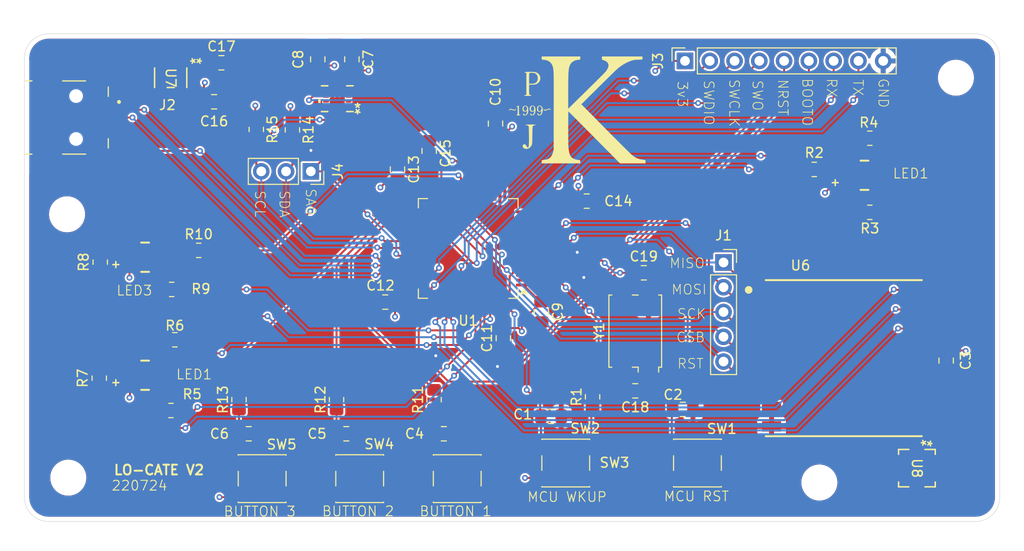
<source format=kicad_pcb>
(kicad_pcb (version 20240108) (generator "pcbnew") (generator_version "8.0")
  (layers (0 "F.Cu" signal) (1 "In1.Cu" signal) (2 "In2.Cu" signal) (31 "B.Cu" signal) (34 "B.Paste" user) (35 "F.Paste" user) (36 "B.SilkS" user "B.Silkscreen") (37 "F.SilkS" user "F.Silkscreen") (38 "B.Mask" user) (39 "F.Mask" user) (44 "Edge.Cuts" user))
  (net 0 "")
  (net 1 "GND")
  (net 2 "/MICRO_WAKEUP")
  (net 3 "/NRST")
  (net 4 "/3V3")
  (net 5 "/BUTTON1")
  (net 6 "/BUTTON2")
  (net 7 "/BUTTON3")
  (net 8 "/SWO")
  (net 9 "/SWCLK")
  (net 10 "/BOOTO")
  (net 11 "/SWDIO")
  (net 12 "/LED2_BLUE")
  (net 13 "/LED2_RED")
  (net 14 "/LED2_GREEN")
  (net 15 "/LED1_RED")
  (net 16 "/LED1_GREEN")
  (net 17 "/LED1_BLUE")
  (net 18 "/LED3_BLUE")
  (net 19 "/LED3_RED")
  (net 20 "/LED3_GREEN")
  (net 21 "/UART_TX")
  (net 23 "/LORA_RST")
  (net 24 "/LORA_MOSI")
  (net 25 "/LORA_MISO")
  (net 26 "/LORA_CSB")
  (net 31 "/OSC_IN")
  (net 32 "/UART_RX")
  (net 33 "/IMU_SDA")
  (net 36 "/IMU_SCL")
  (net 38 "/LORA_SCK")
  (net 46 "Net-(U6-ANT)")
  (net 47 "Net-(U1-VCAP1)")
  (net 48 "/USB_DP")
  (net 49 "/USB_ID")
  (net 50 "/USB_DM")
  (net 51 "/IMU_SA0")
  (net 52 "/5V_IN")
  (net 54 "Net-(C4-Pad2)")
  (net 55 "Net-(C5-Pad2)")
  (net 56 "Net-(C6-Pad2)")
  (net 57 "/OSC_OUT")
  (net 58 "Net-(D2-Pad2)")
  (net 59 "Net-(D2-Pad3)")
  (net 60 "Net-(D2-Pad4)")
  (net 61 "Net-(D1-Pad3)")
  (net 62 "Net-(D1-Pad4)")
  (net 63 "Net-(D1-Pad2)")
  (net 64 "Net-(D3-Pad2)")
  (net 65 "Net-(D3-Pad3)")
  (net 66 "Net-(D3-Pad4)")
  (net 68 "/LORA_DIO0")
  (net 69 "/LORA_DIO2")
  (net 70 "/LORA_DIO1")
  (net 71 "/IMU_INT2")
  (net 72 "/IMU_INT1")
  (footprint "Button_Switch_SMD:SW_SPST_PTS647_Sx38" (layer "F.Cu") (at 131.9 119.2 180)
    (property "Reference" "SW4")
    (property "Value" "BUTTON2")
  )
  (footprint "Crystal:Crystal_SMD_7050-4Pin_7.0x5.0mm" (layer "F.Cu") (at 160.15 104.075 90)
    (property "Reference" "Y1")
    (property "Value" "Crystal_GND24_Small")
  )
  (footprint "Capacitor_SMD:C_0805_2012Metric_Pad1.18x1.45mm_HandSolder" (layer "F.Cu") (at 127.6 76.2125 -90)
    (property "Reference" "C8")
    (property "Value" "0.1uF")
  )
  (footprint "footprints:WL-SFTW_3528_PLCC4" (layer "F.Cu") (at 109.9 108.6 180)
    (property "Reference" "D1" (hide yes))
    (property "Value" "WL-SFTW_3528_PLCC4")
  )
  (footprint "Resistor_SMD:R_0805_2012Metric_Pad1.20x1.40mm_HandSolder" (layer "F.Cu") (at 129.525 111.1 90)
    (property "Reference" "R12")
    (property "Value" "50k")
  )
  (footprint "Resistor_SMD:R_0805_2012Metric_Pad1.20x1.40mm_HandSolder" (layer "F.Cu") (at 155.775 110.8125 90)
    (property "Reference" "R1")
    (property "Value" "10k")
  )
  (footprint "Connector_PinSocket_2.54mm:PinSocket_1x09_P2.54mm_Vertical" (layer "F.Cu") (at 165.25 76.375 90)
    (property "Reference" "J3")
    (property "Value" "Conn_01x09_Pin")
  )
  (footprint "Capacitor_SMD:C_0805_2012Metric_Pad1.18x1.45mm_HandSolder" (layer "F.Cu") (at 134.525 101.1)
    (property "Reference" "C12")
    (property "Value" "0.1uF")
  )
  (footprint "Capacitor_SMD:C_0805_2012Metric_Pad1.18x1.45mm_HandSolder" (layer "F.Cu") (at 192.025 107.1 90)
    (property "Reference" "C3")
    (property "Value" "0.1uF")
  )
  (footprint "Resistor_SMD:R_0805_2012Metric_Pad1.20x1.40mm_HandSolder" (layer "F.Cu") (at 178.5 87.5)
    (property "Reference" "R2")
    (property "Value" "60Ω")
  )
  (footprint "Capacitor_SMD:C_0805_2012Metric_Pad1.18x1.45mm_HandSolder" (layer "F.Cu") (at 131.1 76.2125 -90)
    (property "Reference" "C7")
    (property "Value" "0.1uF")
  )
  (footprint "Resistor_SMD:R_0805_2012Metric_Pad1.20x1.40mm_HandSolder" (layer "F.Cu") (at 139.525 111.1 90)
    (property "Reference" "R11")
    (property "Value" "50k")
  )
  (footprint "Resistor_SMD:R_0805_2012Metric_Pad1.20x1.40mm_HandSolder" (layer "F.Cu") (at 105.3 97 90)
    (property "Reference" "R8")
    (property "Value" "60Ω")
  )
  (footprint "footprints:Logo_CADPAD_2" (layer "F.Cu") (at 154.2 81.4)
    (property "Reference" "G***" (hide yes))
    (property "Value" "LOGO" (hide yes))
  )
  (footprint "Capacitor_SMD:C_0805_2012Metric_Pad1.18x1.45mm_HandSolder" (layer "F.Cu") (at 117.725001 76.56685)
    (property "Reference" "C17")
    (property "Value" "0.47uF")
  )
  (footprint "Connector_PinSocket_2.54mm:PinSocket_1x05_P2.54mm_Vertical" (layer "F.Cu") (at 169.2 97.04)
    (property "Reference" "J1")
    (property "Value" "Conn_01x05_Pin")
  )
  (footprint "Resistor_SMD:R_0805_2012Metric_Pad1.20x1.40mm_HandSolder" (layer "F.Cu") (at 184.2 84.3 180)
    (property "Reference" "R4")
    (property "Value" "60Ω")
  )
  (footprint "Resistor_SMD:R_0805_2012Metric_Pad1.20x1.40mm_HandSolder" (layer "F.Cu") (at 105.2 108.9 90)
    (property "Reference" "R7")
    (property "Value" "60Ω")
  )
  (footprint "Resistor_SMD:R_0805_2012Metric_Pad1.20x1.40mm_HandSolder" (layer "F.Cu") (at 115.4 95.8)
    (property "Reference" "R10")
    (property "Value" "60Ω")
  )
  (footprint "Resistor_SMD:R_0805_2012Metric_Pad1.20x1.40mm_HandSolder" (layer "F.Cu") (at 112.9522 104.965)
    (property "Reference" "R6")
    (property "Value" "60Ω")
  )
  (footprint "footprints:XCVR_RFM95W-868S2" (layer "F.Cu") (at 181.525 106.85)
    (property "Reference" "U6")
    (property "Value" "RFM95W-868S2")
  )
  (footprint "footprints:BMI323_BOS-M" (layer "F.Cu") (at 129.6 80.25 180)
    (property "Reference" "U2" (hide yes))
    (property "Value" "BMI323")
  )
  (footprint "MountingHole:MountingHole_3.2mm_M3" (layer "F.Cu") (at 101.9 92.1)
    (property "Reference" "H2" (hide yes))
    (property "Value" "MountingHole")
  )
  (footprint "Capacitor_SMD:C_0805_2012Metric_Pad1.18x1.45mm_HandSolder" (layer "F.Cu") (at 120.525 114.6 180)
    (property "Reference" "C6")
    (property "Value" "0.1uF")
  )
  (footprint "MountingHole:MountingHole_3.2mm_M3" (layer "F.Cu") (at 102.025 119.1)
    (property "Reference" "H4" (hide yes))
    (property "Value" "MountingHole")
  )
  (footprint "Capacitor_SMD:C_0805_2012Metric_Pad1.18x1.45mm_HandSolder" (layer "F.Cu") (at 139.025 85.6 90)
    (property "Reference" "C15")
    (property "Value" "4.7uF")
  )
  (footprint "Button_Switch_SMD:SW_SPST_PTS647_Sx38" (layer "F.Cu") (at 141.9 119.2 180)
    (property "Reference" "SW3")
    (property "Value" "BUTTON1")
  )
  (footprint "MountingHole:MountingHole_3.2mm_M3" (layer "F.Cu") (at 193.025 78.1)
    (property "Reference" "H1" (hide yes))
    (property "Value" "MountingHole")
  )
  (footprint "Capacitor_SMD:C_0805_2012Metric_Pad1.18x1.45mm_HandSolder" (layer "F.Cu") (at 150.525 102.1 -90)
    (property "Reference" "C9")
    (property "Value" "0.1uF")
  )
  (footprint "Resistor_SMD:R_0805_2012Metric_Pad1.20x1.40mm_HandSolder" (layer "F.Cu") (at 112.625 99.8)
    (property "Reference" "R9")
    (property "Value" "60Ω")
  )
  (footprint "Capacitor_SMD:C_0805_2012Metric_Pad1.18x1.45mm_HandSolder" (layer "F.Cu") (at 146.625 104.8 90)
    (property "Reference" "C11")
    (property "Value" "0.1uF")
  )
  (footprint "Capacitor_SMD:C_0805_2012Metric_Pad1.18x1.45mm_HandSolder" (layer "F.Cu") (at 116.975001 80.56685)
    (property "Reference" "C16")
    (property "Value" "0.1uF")
  )
  (footprint "Capacitor_SMD:C_0805_2012Metric_Pad1.18x1.45mm_HandSolder" (layer "F.Cu") (at 140.525 114.6 180)
    (property "Reference" "C4")
    (property "Value" "0.1uF")
  )
  (footprint "footprints:EDAC_690-005-299-043" (layer "F.Cu") (at 102.825 82.18 -90)
    (property "Reference" "J2")
    (property "Value" "690-005-299-043")
  )
  (footprint "Resistor_SMD:R_0805_2012Metric_Pad1.20x1.40mm_HandSolder" (layer "F.Cu") (at 121.3 83.4 -90)
    (property "Reference" "R15")
    (property "Value" "4.7K")
  )
  (footprint "footprints:73412-0114_MOL" (layer "F.Cu") (at 189.025 118.124999 -90)
    (property "Reference" "U8")
    (property "Value" "734120114")
  )
  (footprint "Connector_PinSocket_2.54mm:PinSocket_1x03_P2.54mm_Vertical" (layer "F.Cu") (at 126.89 87.7 -90)
    (property "Reference" "J4")
    (property "Value" "Conn_01x03_Pin")
  )
  (footprint "MountingHole:MountingHole_3.2mm_M3" (layer "F.Cu") (at 179.025 119.6)
    (property "Reference" "H3" (hide yes))
    (property "Value" "MountingHole")
  )
  (footprint "Resistor_SMD:R_0805_2012Metric_Pad1.20x1.40mm_HandSolder" (layer "F.Cu") (at 184.2 91.9 180)
    (property "Reference" "R3")
    (property "Value" "60Ω")
  )
  (footprint "Resistor_SMD:R_0805_2012Metric_Pad1.20x1.40mm_HandSolder" (layer "F.Cu") (at 112.5522 112.215)
    (property "Reference" "R5")
    (property "Value" "60Ω")
  )
  (footprint "Capacitor_SMD:C_0805_2012Metric_Pad1.18x1.45mm_HandSolder" (layer "F.Cu") (at 151.525 112.8125 180)
    (property "Reference" "C1")
    (property "Value" "0.1uF")
  )
  (footprint "footprints:WL-SFTW_3528_PLCC4" (layer "F.Cu") (at 183.65 88.1 180)
    (property "Reference" "D2" (hide yes))
    (property "Value" "WL-SFTW_3528_PLCC4")
  )
  (footprint "footprints:WL-SFTW_3528_PLCC4" (layer "F.Cu") (at 109.9 96.5 180)
    (property "Reference" "D3" (hide yes))
    (property "Value" "WL-SFTW_3528_PLCC4")
  )
  (footprint "Capacitor_SMD:C_0805_2012Metric_Pad1.18x1.45mm_HandSolder" (layer "F.Cu") (at 161.025 98.1)
    (property "Reference" "C19")
    (property "Value" "12p")
  )
  (footprint "Capacitor_SMD:C_0805_2012Metric_Pad1.18x1.45mm_HandSolder" (layer "F.Cu") (at 145.825 82.8 90)
    (property "Reference" "C10")
    (property "Value" "0.1uF")
  )
  (footprint "Button_Switch_SMD:SW_SPST_PTS647_Sx38" (layer "F.Cu") (at 121.9 119.2 180)
    (property "Reference" "SW5")
    (property "Value" "BUTTON3")
  )
  (footprint "Button_Switch_SMD:SW_SPST_PTS647_Sx38" (layer "F.Cu") (at 166.525 117.6 180)
    (property "Reference" "SW1")
    (property "Value" "MICRO_RESET")
  )
  (footprint "Resistor_SMD:R_0805_2012Metric_Pad1.20x1.40mm_HandSolder" (layer "F.Cu") (at 119.525 111.1 90)
    (property "Reference" "R13")
    (property "Value" "50k")
  )
  (footprint "Capacitor_SMD:C_0805_2012Metric_Pad1.18x1.45mm_HandSolder" (layer "F.Cu") (at 155.175 90.75 180)
    (property "Reference" "C14")
    (property "Value" "0.1uF")
  )
  (footprint "Resistor_SMD:R_0805_2012Metric_Pad1.20x1.40mm_HandSolder" (layer "F.Cu") (at 125 83.45 -90)
    (property "Reference" "R14")
    (property "Value" "4.7K")
  )
  (footprint "footprints:SOT23-5L_STM-M" (layer "F.Cu") (at 112.525 78.1 -90)
    (property "Reference" "U7")
    (property "Value" "LDK320AM33R")
  )
  (footprint "Capacitor_SMD:C_0805_2012Metric_Pad1.18x1.45mm_HandSolder" (layer "F.Cu") (at 135.775 87.5 -90)
    (property "Reference" "C13")
    (property "Value" "0.1uF")
  )
  (footprint "Button_Switch_SMD:SW_SPST_PTS647_Sx38" (layer "F.Cu") (at 153.025 117.6 180)
    (property "Reference" "SW2")
    (property "Value" "MICRO_ON")
  )
  (footprint "Capacitor_SMD:C_0805_2012Metric_Pad1.18x1.45mm_HandSolder" (layer "F.Cu") (at 165.025 112.1 180)
    (property "Reference" "C2")
    (property "Value" "0.1uF")
  )
  (footprint "Package_QFP:LQFP-64_10x10mm_P0.5mm" (layer "F.Cu") (at 143.025 95.6 180)
    (property "Reference" "U1")
    (property "Value" "STM32F401RETx")
  )
  (footprint "Capacitor_SMD:C_0805_2012Metric_Pad1.18x1.45mm_HandSolder" (layer "F.Cu") (at 160.15 110.2 180)
    (property "Reference" "C18")
    (property "Value" "12p")
  )
  (footprint "Capacitor_SMD:C_0805_2012Metric_Pad1.18x1.45mm_HandSolder" (layer "F.Cu") (at 130.525 114.6 180)
    (property "Reference" "C5")
    (property "Value" "0.1uF")
  )
  (gr_line (start 97.525 76.1) (end 97.525 121.1) (stroke (width 0.05)) (layer "Edge.Cuts"))
  (gr_arc (start 197.525 121.1) (mid 196.792767 122.867767) (end 195.025 123.6) (stroke (width 0.05)) (layer "Edge.Cuts"))
  (gr_arc (start 100.025 123.6) (mid 98.257233 122.867767) (end 97.525 121.1) (stroke (width 0.05)) (layer "Edge.Cuts"))
  (gr_arc (start 97.525 76.1) (mid 98.257233 74.332233) (end 100.025 73.6) (stroke (width 0.05)) (layer "Edge.Cuts"))
  (gr_line (start 197.525 76.1) (end 197.525 121.1) (stroke (width 0.05)) (layer "Edge.Cuts"))
  (gr_arc (start 195.025 73.6) (mid 196.792767 74.332233) (end 197.525 76.1) (stroke (width 0.05)) (layer "Edge.Cuts"))
  (gr_line (start 100.025 73.6) (end 195.025 73.6) (stroke (width 0.05)) (layer "Edge.Cuts"))
  (gr_line (start 100.025 123.6) (end 195.025 123.6) (stroke (width 0.05)) (layer "Edge.Cuts"))
  (gr_text "SWO\n" (at 172.1 78.3 270) (layer "F.SilkS") (effects (font (size 1 1) (thickness 0.08) (bold yes)) (justify left bottom)))
  (gr_text "SCL\n" (at 121.1 89.6 270) (layer "F.SilkS") (effects (font (size 1 1) (thickness 0.08) (bold yes)) (justify left bottom)))
  (gr_text "TX" (at 182.4 78.2 270) (layer "F.SilkS") (effects (font (size 1 1) (thickness 0.08) (bold yes)) (justify left bottom)))
  (gr_text "MCU RST" (at 163.025 121.6 0) (layer "F.SilkS") (effects (font (size 1 1) (thickness 0.1)) (justify left bottom)))
  (gr_text "SWCLK\n\n" (at 168.1 78.2 270) (layer "F.SilkS") (effects (font (size 1 1) (thickness 0.08) (bold yes)) (justify left bottom)))
  (gr_text "BUTTON 2\n" (at 127.975 123.125 0) (layer "F.SilkS") (effects (font (size 1 1) (thickness 0.1)) (justify left bottom)))
  (gr_text "SA0\n" (at 126.3 89.4 270) (layer "F.SilkS") (effects (font (size 1 1) (thickness 0.08) (bold yes)) (justify left bottom)))
  (gr_text "LED1" (at 113.025 109.1 0) (layer "F.SilkS") (effects (font (size 1 1) (thickness 0.1)) (justify left bottom)))
  (gr_text "RST\n" (at 164.4 108 0) (layer "F.SilkS") (effects (font (size 1 1) (thickness 0.08) (bold yes)) (justify left bottom)))
  (gr_text "220724" (at 106.4 120.5 0) (layer "F.SilkS") (effects (font (size 1 1) (thickness 0.1)) (justify left bottom)))
  (gr_text "SWDIO\n" (at 167.1 78.3 270) (layer "F.SilkS") (effects (font (size 1 1) (thickness 0.08) (bold yes)) (justify left bottom)))
  (gr_text "LED1" (at 186.5 88.5 0) (layer "F.SilkS") (effects (font (size 1 1) (thickness 0.1)) (justify left bottom)))
  (gr_text "BOOTO\n" (at 177.2 78.1 270) (layer "F.SilkS") (effects (font (size 1 1) (thickness 0.08) (bold yes)) (justify left bottom)))
  (gr_text "BUTTON 3" (at 117.9 123.15 0) (layer "F.SilkS") (effects (font (size 1 1) (thickness 0.1)) (justify left bottom)))
  (gr_text "SDA" (at 123.6 89.6 270) (layer "F.SilkS") (effects (font (size 1 1) (thickness 0.08) (bold yes)) (justify left bottom)))
  (gr_text "MCU WKUP" (at 149.025 121.6625 0) (layer "F.SilkS") (effects (font (size 1 1) (thickness 0.1)) (justify left bottom)))
  (gr_text "MISO\n" (at 163.6 97.7 0) (layer "F.SilkS") (effects (font (size 1 1) (thickness 0.08) (bold yes)) (justify left bottom)))
  (gr_text "BUTTON 1\n" (at 137.975 123.125 0) (layer "F.SilkS") (effects (font (size 1 1) (thickness 0.1)) (justify left bottom)))
  (gr_text "MOSI\n" (at 163.8 100.4 0) (layer "F.SilkS") (effects (font (size 1 1) (thickness 0.08) (bold yes)) (justify left bottom)))
  (gr_text "GND" (at 185 78.1 270) (layer "F.SilkS") (effects (font (size 1 1) (thickness 0.08) (bold yes)) (justify left bottom)))
  (gr_text "RX\n" (at 179.7 78.1 270) (layer "F.SilkS") (effects (font (size 1 1) (thickness 0.08) (bold yes)) (justify left bottom)))
  (gr_text "3v3" (at 164.4 78.4 270) (layer "F.SilkS") (effects (font (size 1 1) (thickness 0.08) (bold yes)) (justify left bottom)))
  (gr_text "LED3\n" (at 106.9 100.5 0) (layer "F.SilkS") (effects (font (size 1 1) (thickness 0.1)) (justify left bottom)))
  (gr_text "LO-CATE V2\n" (at 106.6 118.9 0) (layer "F.SilkS") (effects (font (size 1 1) (thickness 0.2) (bold yes)) (justify left bottom)))
  (gr_text "NRST" (at 174.7 78.2 270) (layer "F.SilkS") (effects (font (size 1 1) (thickness 0.08) (bold yes)) (justify left bottom)))
  (gr_text "CSB\n" (at 164.3 105.3 0) (layer "F.SilkS") (effects (font (size 1 1) (thickness 0.08) (bold yes)) (justify left bottom)))
  (gr_text "SCK" (at 164.4 102.9 0) (layer "F.SilkS") (effects (font (size 1 1) (thickness 0.08) (bold yes)) (justify left bottom)))
  (via (at 139.7 106.6) (size 0.6) (drill 0.3) (layers "F.Cu" "B.Cu") (net 1))
  (via (at 146.025 107.7) (size 0.6) (drill 0.3) (layers "F.Cu" "B.Cu") (net 1))
  (via (at 126.9 85.55) (size 0.6) (drill 0.3) (layers "F.Cu" "B.Cu") (net 1))
  (via (at 154.2 96) (size 0.6) (drill 0.3) (layers "F.Cu" "B.Cu") (net 1))
  (via (at 154.875 98.575) (size 0.6) (drill 0.3) (layers "F.Cu" "B.Cu") (net 1))
  (segment (start 147.89259 92.85) (end 148.7 92.85) (width 0.2) (layer "F.Cu") (net 2))
  (segment (start 150.4 116) (end 155.65 116) (width 0.2) (layer "F.Cu") (net 2))
  (segment (start 155.65 116) (end 155.65 111.9375) (width 0.2) (layer "F.Cu") (net 2))
  (segment (start 147.775 102.35) (end 147.275 101.85) (width 0.2) (layer "F.Cu") (net 2))
  (segment (start 147.625 98.098529) (end 147.625 97.601471) (width 0.2) (layer "F.Cu") (net 2))
  (segment (start 150.4875 115.9125) (end 150.4 116) (width 0.2) (layer "F.Cu") (net 2))
  (segment (start 147.075 95.976471) (end 146.85 95.751471) (width 0.2) (layer "F.Cu") (net 2))
  (segment (start 155.65 111.9375) (end 155.775 111.8125) (width 0.2) (layer "F.Cu") (net 2))
  (segment (start 146.85 96.826471) (end 146.85 96.698529) (width 0.2) (layer "F.Cu") (net 2))
  (segment (start 146.85 93.89259) (end 147.89259 92.85) (width 0.2) (layer "F.Cu") (net 2))
  (segment (start 149.025 110.1) (end 150.4 111.475) (width 0.2) (layer "F.Cu") (net 2))
  (segment (start 147.275 101.85) (end 147.275 98.448529) (width 0.2) (layer "F.Cu") (net 2))
  (segment (start 147.075 96.473529) (end 147.075 95.976471) (width 0.2) (layer "F.Cu") (net 2))
  (segment (start 146.85 96.698529) (end 147.075 96.473529) (width 0.2) (layer "F.Cu") (net 2))
  (segment (start 147.275 98.448529) (end 147.625 98.098529) (width 0.2) (layer "F.Cu") (net 2))
  (segment (start 147.625 97.601471) (end 146.85 96.826471) (width 0.2) (layer "F.Cu") (net 2))
  (segment (start 146.85 95.751471) (end 146.85 93.89259) (width 0.2) (layer "F.Cu") (net 2))
  (segment (start 150.4 111.475) (end 150.4 112.5375) (width 0.2) (layer "F.Cu") (net 2))
  (segment (start 150.4875 112.8125) (end 150.4875 115.9125) (width 0.2) (layer "F.Cu") (net 2))
  (via (at 147.775 102.35) (size 0.6) (drill 0.3) (layers "F.Cu" "B.Cu") (net 2))
  (via (at 149.025 110.1) (size 0.6) (drill 0.3) (layers "F.Cu" "B.Cu") (net 2))
  (segment (start 147.775 105.1) (end 147.775 102.35) (width 0.2) (layer "B.Cu") (net 2))
  (segment (start 149.025 110.1) (end 149.025 106.35) (width 0.2) (layer "B.Cu") (net 2))
  (segment (start 149.025 106.35) (end 147.775 105.1) (width 0.2) (layer "B.Cu") (net 2))
  (segment (start 163.9 116) (end 163.9 112.4375) (width 0.2) (layer "F.Cu") (net 3))
  (segment (start 160.025 94.6) (end 159.725 94.6) (width 0.2) (layer "F.Cu") (net 3))
  (segment (start 159.725 94.6) (end 159.625 94.7) (width 0.2) (layer "F.Cu") (net 3))
  (segment (start 152 95.35) (end 151 96.35) (width 0.2) (layer "F.Cu") (net 3))
  (segment (start 151 96.35) (end 148.7 96.35) (width 0.2) (layer "F.Cu") (net 3))
  (segment (start 159.625 94.7) (end 158.975 95.35) (width 0.2) (layer "F.Cu") (net 3))
  (segment (start 163.9875 109.1375) (end 165.525 107.6) (width 0.2) (layer "F.Cu") (net 3))
  (segment (start 175.41 76.375) (end 175.41 79.215) (width 0.2) (layer "F.Cu") (net 3))
  (segment (start 158.975 95.35) (end 152 95.35) (width 0.2) (layer "F.Cu") (net 3))
  (segment (start 175.41 79.215) (end 160.025 94.6) (width 0.2) (layer "F.Cu") (net 3))
  (segment (start 163.9 112.4375) (end 163.9875 112.35) (width 0.2) (layer "F.Cu") (net 3))
  (segment (start 165.525 107.6) (end 165.525 97.6) (width 0.2) (layer "F.Cu") (net 3))
  (segment (start 163.9875 112.1) (end 163.9875 109.1375) (width 0.2) (layer "F.Cu") (net 3))
  (segment (start 169.15 116) (end 163.9 116) (width 0.2) (layer "F.Cu") (net 3))
  (segment (start 165.525 97.6) (end 163.625 95.9) (width 0.2) (layer "F.Cu") (net 3))
  (segment (start 163.625 95.9) (end 163.775 95.85) (width 0.2) (layer "F.Cu") (net 3))
  (via (at 163.625 95.9) (size 0.6) (drill 0.3) (layers "F.Cu" "B.Cu") (net 3))
  (via (at 159.625 94.7) (size 0.6) (drill 0.3) (layers "F.Cu" "B.Cu") (net 3))
  (segment (start 162.425 94.7) (end 163.625 95.9) (width 0.2) (layer "B.Cu") (net 3))
  (segment (start 159.625 94.7) (end 162.425 94.7) (width 0.2) (layer "B.Cu") (net 3))
  (segment (start 127.6 77.25) (end 127.6 78.655699) (width 0.2) (layer "F.Cu") (net 4))
  (segment (start 131.2 77.35) (end 131.1 77.25) (width 0.2) (layer "F.Cu") (net 4))
  (segment (start 121.2 82.3) (end 121.3 82.4) (width 0.2) (layer "F.Cu") (net 4))
  (segment (start 117.525 121.1) (end 118.975 121.1) (width 0.2) (layer "F.Cu") (net 4))
  (segment (start 148.525 104.1) (end 148.525 103.0625) (width 0.2) (layer "F.Cu") (net 4))
  (segment (start 154.325 89.175) (end 154.325 90.5625) (width 0.2) (layer "F.Cu") (net 4))
  (segment (start 134.025 89.35) (end 134.8375 88.5375) (width 0.2) (layer "F.Cu") (net 4))
  (segment (start 154.1375 90.75) (end 152.440686 90.75) (width 0.2) (layer "F.Cu") (net 4))
  (segment (start 148.525 104.1) (end 148.1875 103.7625) (width 0.2) (layer "F.Cu") (net 4))
  (segment (start 148.85 119.125) (end 150.325 119.125) (width 0.2) (layer "F.Cu") (net 4))
  (segment (start 163.225 76.375) (end 165.25 76.375) (width 0.2) (layer "F.Cu") (net 4))
  (segment (start 150.440686 92.75) (end 150.375 92.75) (width 0.2) (layer "F.Cu") (net 4))
  (segment (start 114.937501 79.56685) (end 115.937501 80.56685) (width 0.2) (layer "F.Cu") (net 4))
  (segment (start 124.8 82.25) (end 125 82.45) (width 0.2) (layer "F.Cu") (net 4))
  (segment (start 148.525 103.0625) (end 150.525 101.0625) (width 0.2) (layer "F.Cu") (net 4))
  (segment (start 179.6 89.9) (end 180.7 88.8) (width 0.2) (layer "F.Cu") (net 4))
  (segment (start 129.299999 76.85) (end 128 76.85) (width 0.2) (layer "F.Cu") (net 4))
  (segment (start 115.937501 78.687499) (end 116.025 78.6) (width 0.2) (layer "F.Cu") (net 4))
  (segment (start 129.275 120.8) (end 134.525 120.8) (width 0.2) (layer "F.Cu") (net 4))
  (segment (start 192.025 106.0625) (end 189.1375 106.0625) (width 0.2) (layer "F.Cu") (net 4))
  (segment (start 180.7 88.8) (end 182.1 88.8) (width 0.2) (layer "F.Cu") (net 4))
  (segment (start 154.325 90.5625) (end 154.1375 90.75) (width 0.2) (layer "F.Cu") (net 4))
  (segment (start 194.025 106.1) (end 193.9875 106.0625) (width 0.2) (layer "F.Cu") (net 4))
  (segment (start 132.799999 77.35) (end 131.2 77.35) (width 0.2) (layer "F.Cu") (net 4))
  (segment (start 108.3 98.6) (end 108.3 97.25) (width 0.2) (layer "F.Cu") (net 4))
  (segment (start 136.225 88.5375) (end 137.8875 88.5375) (width 0.2) (layer "F.Cu") (net 4))
  (segment (start 121.2 80.95) (end 121.2 82.3) (width 0.2) (layer "F.Cu") (net 4))
  (segment (start 127.6 78.655699) (end 128.4443 79.499999) (width 0.2) (layer "F.Cu") (net 4))
  (segment (start 124.525 120.8) (end 129.275 120.8) (width 0.2) (layer "F.Cu") (net 4))
  (segment (start 162.2 77.4) (end 163.225 76.375) (width 0.2) (layer "F.Cu") (net 4))
  (segment (start 189.1375 106.0625) (end 188.925 105.85) (width 0.2) (layer "F.Cu") (net 4))
  (segment (start 145.825 83.8375) (end 145.825 89.875) (width 0.2) (layer "F.Cu") (net 4))
  (segment (start 139.275 120.8) (end 144.525 120.8) (width 0.2) (layer "F.Cu") (net 4))
  (segment (start 134.525 120.8) (end 139.275 120.8) (width 0.2) (layer "F.Cu") (net 4))
  (segment (start 193.9875 106.0625) (end 192.025 106.0625) (width 0.2) (layer "F.Cu") (net 4))
  (segment (start 147.525 83.1) (end 146.7875 83.8375) (width 0.2) (layer "F.Cu") (net 4))
  (segment (start 150.4125 101.0625) (end 148.7 99.35) (width 0.2) (layer "F.Cu") (net 4))
  (segment (start 135.525 101.1375) (end 135.5625 101.1) (width 0.2) (layer "F.Cu") (net 4))
  (segment (start 119.275 120.8) (end 124.525 120.8) (width 0.2) (layer "F.Cu") (net 4))
  (segment (start 124.8 81) (end 124.8 82.25) (width 0.2) (layer "F.Cu") (net 4))
  (segment (start 150.525 101.0625) (end 150.4125 101.0625) (width 0.2) (layer "F.Cu") (net 4))
  (segment (start 108.35 109.3) (end 108.35 110.85) (width 0.2) (layer "F.Cu") (net 4))
  (segment (start 149.775 93.35) (end 148.7 93.35) (width 0.2) (layer "F.Cu") (net 4))
  (segment (start 134.8375 88.5375) (end 135.775 88.5375) (width 0.2) (layer "F.Cu") (net 4))
  (segment (start 131.1 77.25) (end 130.099999 78.250001) (width 0.2) (layer "F.Cu") (net 4))
  (segment (start 145.825 89.875) (end 145.775 89.925) (width 0.2) (layer "F.Cu") (net 4))
  (segment (start 150.4 119.2) (end 155.65 119.2) (width 0.2) (layer "F.Cu") (net 4))
  (segment (start 137.8875 88.5375) (end 139.275 89.925) (width 0.2) (layer "F.Cu") (net 4))
  (segment (start 146.625 103.7625) (end 146.775 103.6125) (width 0.2) (layer "F.Cu") (net 4))
  (segment (start 146.775 103.6125) (end 146.775 101.275) (width 0.2) (layer "F.Cu") (net 4))
  (segment (start 128 76.85) (end 127.6 77.25) (width 0.2) (layer "F.Cu") (net 4))
  (segment (start 136.1625 88.6) (end 136.225 88.5375) (width 0.2) (layer "F.Cu") (net 4))
  (segment (start 152.440686 90.75) (end 150.440686 92.75) (width 0.2) (layer "F.Cu") (net 4))
  (segment (start 148.1875 103.7625) (end 146.625 103.7625) (width 0.2) (layer "F.Cu") (net 4))
  (segment (start 150.375 92.75) (end 149.775 93.35) (width 0.2) (layer "F.Cu") (net 4))
  (segment (start 115.937501 80.56685) (end 115.937501 78.687499) (width 0.2) (layer "F.Cu") (net 4))
  (segment (start 135.525 102.6) (end 135.525 101.1375) (width 0.2) (layer "F.Cu") (net 4))
  (segment (start 108.3 97.25) (end 108.35 97.2) (width 0.2) (layer "F.Cu") (net 4))
  (segment (start 118.975 121.1) (end 119.275 120.8) (width 0.2) (layer "F.Cu") (net 4))
  (segment (start 113.475001 79.56685) (end 114.937501 79.56685) (width 0.2) (layer "F.Cu") (net 4))
  (segment (start 135.6 101.1) (end 137.35 99.35) (width 0.2) (layer "F.Cu") (net 4))
  (segment (start 135.5625 101.1) (end 135.6 101.1) (width 0.2) (layer "F.Cu") (net 4))
  (segment (start 146.7875 83.8375) (end 145.825 83.8375) (width 0.2) (layer "F.Cu") (net 4))
  (segment (start 150.325 119.125) (end 150.4 119.2) (width 0.2) (layer "F.Cu") (net 4))
  (segment (start 108.35 110.85) (end 108.3 110.9) (width 0.2) (layer "F.Cu") (net 4))
  (segment (start 130.099999 78.250001) (end 130.099999 79.3356) (width 0.2) (layer "F.Cu") (net 4))
  (via (at 121.2 80.95) (size 0.6) (drill 0.3) (layers "F.Cu" "B.Cu") (net 4))
  (via (at 162.2 77.4) (size 0.6) (drill 0.3) (layers "F.Cu" "B.Cu") (net 4))
  (via (at 129.299999 76.85) (size 0.6) (drill 0.3) (layers "F.Cu" "B.Cu") (net 4))
  (via (at 116.025 78.6) (size 0.6) (drill 0.3) (layers "F.Cu" "B.Cu") (net 4))
  (via (at 135.525 102.6) (size 0.6) (drill 0.3) (layers "F.Cu" "B.Cu") (net 4))
  (via (at 124.8 81) (size 0.6) (drill 0.3) (layers "F.Cu" "B.Cu") (net 4))
  (via (at 147.525 83.1) (size 0.6) (drill 0.3) (layers "F.Cu" "B.Cu") (net 4))
  (via (at 132.799999 77.35) (size 0.6) (drill 0.3) (layers "F.Cu" "B.Cu") (net 4))
  (via (at 108.3 110.9) (size 0.6) (drill 0.3) (layers "F.Cu" "B.Cu") (net 4))
  (via (at 194.025 106.1) (size 0.6) (drill 0.3) (layers "F.Cu" "B.Cu") (net 4))
  (via (at 148.85 119.125) (size 0.6) (drill 0.3) (layers "F.Cu" "B.Cu") (net 4))
  (via (at 117.525 121.1) (size 0.6) (drill 0.3) (layers "F.Cu" "B.Cu") (net 4))
  (via (at 108.3 98.6) (size 0.6) (drill 0.3) (layers "F.Cu" "B.Cu") (net 4))
  (via (at 179.6 89.9) (size 0.6) (drill 0.3) (layers "F.Cu" "B.Cu") (net 4))
  (via (at 148.525 104.1) (size 0.6) (drill 0.3) (layers "F.Cu" "B.Cu") (net 4))
  (via (at 154.325 89.175) (size 0.6) (drill 0.3) (layers "F.Cu" "B.Cu") (net 4))
  (via (at 134.025 89.35) (size 0.6) (drill 0.3) (layers "F.Cu" "B.Cu") (net 4))
  (segment (start 134.275 93.35) (end 137.35 93.35) (width 0.2) (layer "F.Cu") (net 5))
  (segment (start 131.025 101.6) (end 131.025 96.6) (width 0.2) (layer "F.Cu") (net 5))
  (segment (start 131.025 96.6) (end 134.275 93.35) (width 0.2) (layer "F.Cu") (net 5))
  (segment (start 139.525 110.1) (end 131.025 101.6) (width 0.2) (layer "F.Cu") (net 5))
  (segment (start 129.525 97.35) (end 134.025 92.85) (width 0.2) (layer "F.Cu") (net 6))
  (segment (start 129.525 110.1) (end 129.525 97.35) (width 0.2) (layer "F.Cu") (net 6))
  (segment (start 134.025 92.85) (end 137.35 92.85) (width 0.2) (layer "F.Cu") (net 6))
  (segment (start 119.525 110.1) (end 119.525 106.6) (width 0.2) (layer "F.Cu") (net 7))
  (segment (start 119.525 106.6) (end 133.775 92.35) (width 0.2) (layer "F.Cu") (net 7))
  (segment (start 133.775 92.35) (end 137.35 92.35) (width 0.2) (layer "F.Cu") (net 7))
  (segment (start 142.324265 97.399265) (end 142.275 97.44853) (width 0.2) (layer "F.Cu") (net 8))
  (segment (start 142.275 97.44853) (end 142.275 101.275) (width 0.2) (layer "F.Cu") (net 8))
  (segment (start 168.545 80.7) (end 172.87 76.375) (width 0.2) (layer "F.Cu") (net 8))
  (segment (start 166.6 80.7) (end 168.545 80.7) (width 0.2) (layer "F.Cu") (net 8))
  (via (at 166.6 80.7) (size 0.6) (drill 0.3) (layers "F.Cu" "B.Cu") (net 8))
  (via (at 142.324265 97.399265) (size 0.6) (drill 0.3) (layers "F.Cu" "B.Cu") (net 8))
  (segment (start 166.6 80.7) (end 157.240686 80.7) (width 0.2) (layer "B.Cu") (net 8))
  (segment (start 143.075 94.865686) (end 143.075 96.64853) (width 0.2) (layer "B.Cu") (net 8))
  (segment (start 157.240686 80.7) (end 143.075 94.865686) (width 0.2) (layer "B.Cu") (net 8))
  (segment (start 143.075 96.64853) (end 142.324265 97.399265) (width 0.2) (layer "B.Cu") (net 8))
  (segment (start 139.525 99.35) (end 139.275 99.6) (width 0.2) (layer "F.Cu") (net 9))
  (segment (start 159.025 79.7) (end 167.005 79.7) (width 0.2) (layer "F.Cu") (net 9))
  (segment (start 139.275 99.6) (end 139.275 101.275) (width 0.2) (layer "F.Cu") (net 9))
  (segment (start 167.005 79.7) (end 170.33 76.375) (width 0.2) (layer "F.Cu") (net 9))
  (via (at 159.025 79.7) (size 0.6) (drill 0.3) (layers "F.Cu" "B.Cu") (net 9))
  (via (at 139.525 99.35) (size 0.6) (drill 0.3) (layers "F.Cu" "B.Cu") (net 9))
  (segment (start 142.675 94.7) (end 142.675 96.2) (width 0.2) (layer "B.Cu") (net 9))
  (segment (start 159.025 79.7) (end 157.675 79.7) (width 0.2) (layer "B.Cu") (net 9))
  (segment (start 142.675 96.2) (end 139.525 99.35) (width 0.2) (layer "B.Cu") (net 9))
  (segment (start 157.675 79.7) (end 142.675 94.7) (width 0.2) (layer "B.Cu") (net 9))
  (segment (start 151.55 103.640686) (end 151.55 103.709744) (width 0.2) (layer "F.Cu") (net 10))
  (segment (start 144.675 108) (end 144.675 102.601471) (width 0.2) (layer "F.Cu") (net 10))
  (segment (start 145.275 108.6) (end 144.675 108) (width 0.2) (layer "F.Cu") (net 10))
  (segment (start 164.8 91.5) (end 163.690686 91.5) (width 0.2) (layer "F.Cu") (net 10))
  (segment (start 163.690686 91.5) (end 151.55 103.640686) (width 0.2) (layer "F.Cu") (net 10))
  (segment (start 177.95 78.35) (end 164.8 91.5) (width 0.2) (layer "F.Cu") (net 10))
  (segment (start 144.775 102.501471) (end 144.775 101.275) (width 0.2) (layer "F.Cu") (net 10))
  (segment (start 177.95 76.375) (end 177.95 78.35) (width 0.2) (layer "F.Cu") (net 10))
  (segment (start 146.659744 108.6) (end 145.275 108.6) (width 0.2) (layer "F.Cu") (net 10))
  (segment (start 151.55 103.709744) (end 146.659744 108.6) (width 0.2) (layer "F.Cu") (net 10))
  (segment (start 144.675 102.601471) (end 144.775 102.501471) (width 0.2) (layer "F.Cu") (net 10))
  (segment (start 139.275 98.35) (end 137.35 98.35) (width 0.2) (layer "F.Cu") (net 11))
  (segment (start 165.765 78.4) (end 167.79 76.375) (width 0.2) (layer "F.Cu") (net 11))
  (segment (start 160 78.4) (end 165.765 78.4) (width 0.2) (layer "F.Cu") (net 11))
  (segment (start 140.025 97.6) (end 139.275 98.35) (width 0.2) (layer "F.Cu") (net 11))
  (via (at 160 78.4) (size 0.6) (drill 0.3) (layers "F.Cu" "B.Cu") (net 11))
  (via (at 140.025 97.6) (size 0.6) (drill 0.3) (layers "F.Cu" "B.Cu") (net 11))
  (segment (start 158.409314 78.4) (end 140.025 96.784314) (width 0.2) (layer "B.Cu") (net 11))
  (segment (start 140.025 96.784314) (end 140.025 97.6) (width 0.2) (layer "B.Cu") (net 11))
  (segment (start 160 78.4) (end 158.409314 78.4) (width 0.2) (layer "B.Cu") (net 11))
  (segment (start 171.8 87.5) (end 177.5 87.5) (width 0.2) (layer "F.Cu") (net 12))
  (segment (start 150.275 92.35) (end 148.7 92.35) (width 0.2) (layer "F.Cu") (net 12))
  (segment (start 154.275 88.35) (end 150.275 92.35) (width 0.2) (layer "F.Cu") (net 12))
  (via (at 171.8 87.5) (size 0.6) (drill 0.3) (layers "F.Cu" "B.Cu") (net 12))
  (via (at 154.275 88.35) (size 0.6) (drill 0.3) (layers "F.Cu" "B.Cu") (net 12))
  (segment (start 155.525 87.1) (end 154.275 88.35) (width 0.2) (layer "B.Cu") (net 12))
  (segment (start 171.4 87.1) (end 155.525 87.1) (width 0.2) (layer "B.Cu") (net 12))
  (segment (start 171.8 87.5) (end 171.4 87.1) (width 0.2) (layer "B.Cu") (net 12))
  (segment (start 140.999265 109.249265) (end 137.95 106.2) (width 0.2) (layer "F.Cu") (net 13))
  (segment (start 151.95 103.806372) (end 151.95 103.87543) (width 0.2) (layer "F.Cu") (net 13))
  (segment (start 183.2 91.9) (end 163.856372 91.9) (width 0.2) (layer "F.Cu") (net 13))
  (segment (start 163.856372 91.9) (end 151.95 103.806372) (width 0.2) (layer "F.Cu") (net 13))
  (segment (start 146.576165 109.249265) (end 140.999265 109.249265) (width 0.2) (layer "F.Cu") (net 13))
  (segment (start 137.95 103.90741) (end 139.775 102.08241) (width 0.2) (layer "F.Cu") (net 13))
  (segment (start 137.95 106.2) (end 137.95 103.90741) (width 0.2) (layer "F.Cu") (net 13))
  (segment (start 139.775 102.08241) (end 139.775 101.275) (width 0.2) (layer "F.Cu") (net 13))
  (segment (start 151.95 103.87543) (end 146.576165 109.249265) (width 0.2) (layer "F.Cu") (net 13))
  (segment (start 152.275 89.1) (end 149.525 91.85) (width 0.2) (layer "F.Cu") (net 14))
  (segment (start 183.2 84.3) (end 175.976471 84.3) (width 0.2) (layer "F.Cu") (net 14))
  (segment (start 174.176471 86.1) (end 173.025 86.1) (width 0.2) (layer "F.Cu") (net 14))
  (segment (start 149.525 91.85) (end 148.7 91.85) (width 0.2) (layer "F.Cu") (net 14))
  (segment (start 175.976471 84.3) (end 174.176471 86.1) (width 0.2) (layer "F.Cu") (net 14))
  (via (at 173.025 86.1) (size 0.6) (drill 0.3) (layers "F.Cu" "B.Cu") (net 14))
  (via (at 152.275 89.1) (size 0.6) (drill 0.3) (layers "F.Cu" "B.Cu") (net 14))
  (segment (start 173.025 86.1) (end 155.275 86.1) (width 0.2) (layer "B.Cu") (net 14))
  (segment (start 155.275 86.1) (end 152.275 89.1) (width 0.2) (layer "B.Cu") (net 14))
  (segment (start 143.775 104.775) (end 143.775 101.275) (width 0.2) (layer "F.Cu") (net 15))
  (segment (start 140.85 107.7) (end 143.775 104.775) (width 0.2) (layer "F.Cu") (net 15))
  (segment (start 115.275 111.85) (end 114.91 112.215) (width 0.2) (layer "F.Cu") (net 15))
  (segment (start 114.91 112.215) (end 113.5522 112.215) (width 0.2) (layer "F.Cu") (net 15))
  (via (at 140.85 107.7) (size 0.6) (drill 0.3) (layers "F.Cu" "B.Cu") (net 15))
  (via (at 115.275 111.85) (size 0.6) (drill 0.3) (layers "F.Cu" "B.Cu") (net 15))
  (segment (start 140.85 107.7) (end 136.7 111.85) (width 0.2) (layer "B.Cu") (net 15))
  (segment (start 136.7 111.85) (end 115.275 111.85) (width 0.2) (layer "B.Cu") (net 15))
  (segment (start 117.025 106.35) (end 117.775 106.35) (width 0.2) (layer "F.Cu") (net 16))
  (segment (start 142.1 105.5) (end 143.1 104.5) (width 0.2) (layer "F.Cu") (net 16))
  (segment (start 115.64 104.965) (end 117.025 106.35) (width 0.2) (layer "F.Cu") (net 16))
  (segment (start 113.9522 104.965) (end 115.64 104.965) (width 0.2) (layer "F.Cu") (net 16))
  (segment (start 138.75 105.5) (end 142.1 105.5) (width 0.2) (layer "F.Cu") (net 16))
  (segment (start 145.275 102.85) (end 145.275 101.275) (width 0.2) (layer "F.Cu") (net 16))
  (via (at 138.75 105.5) (size 0.6) (drill 0.3) (layers "F.Cu" "B.Cu") (net 16))
  (via (at 117.775 106.35) (size 0.6) (drill 0.3) (layers "F.Cu" "B.Cu") (net 16))
  (via (at 145.275 102.85) (size 0.6) (drill 0.3) (layers "F.Cu" "B.Cu") (net 16))
  (via (at 143.1 104.5) (size 0.6) (drill 0.3) (layers "F.Cu" "B.Cu") (net 16))
  (segment (start 118.625 105.5) (end 117.775 106.35) (width 0.2) (layer "B.Cu") (net 16))
  (segment (start 143.1 104.45) (end 144.7 102.85) (width 0.2) (layer "B.Cu") (net 16))
  (segment (start 138.75 105.5) (end 118.625 105.5) (width 0.2) (layer "B.Cu") (net 16))
  (segment (start 143.1 104.5) (end 143.1 104.45) (width 0.2) (layer "B.Cu") (net 16))
  (segment (start 144.7 102.85) (end 145.275 102.85) (width 0.2) (layer "B.Cu") (net 16))
  (segment (start 143.05 104.5) (end 143.1 104.5) (width 0.2) (layer "B.Cu") (net 16))
  (segment (start 144.275 105.94853) (end 144.275 101.275) (width 0.2) (layer "F.Cu") (net 17))
  (segment (start 141.574265 108.649265) (end 144.275 105.94853) (width 0.2) (layer "F.Cu") (net 17))
  (segment (start 105.2 109.9) (end 109.315 114.015) (width 0.2) (layer "F.Cu") (net 17))
  (segment (start 109.315 114.015) (end 114.025 114.015) (width 0.2) (layer "F.Cu") (net 17))
  (via (at 141.574265 108.649265) (size 0.6) (drill 0.3) (layers "F.Cu" "B.Cu") (net 17))
  (via (at 114.025 114.015) (size 0.6) (drill 0.3) (layers "F.Cu" "B.Cu") (net 17))
  (segment (start 141.574265 108.649265) (end 137.37353 112.85) (width 0.2) (layer "B.Cu") (net 17))
  (segment (start 115.19 112.85) (end 114.025 114.015) (width 0.2) (layer "B.Cu") (net 17))
  (segment (start 137.37353 112.85) (end 115.19 112.85) (width 0.2) (layer "B.Cu") (net 17))
  (segment (start 141.85 104.7) (end 143.275 103.275) (width 0.2) (layer "F.Cu") (net 18))
  (segment (start 143.275 103.275) (end 143.275 101.275) (width 0.2) (layer "F.Cu") (net 18))
  (segment (start 109.85 102.55) (end 122.45 102.55) (width 0.2) (layer "F.Cu") (net 18))
  (segment (start 139.5 104.7) (end 141.85 104.7) (width 0.2) (layer "F.Cu") (net 18))
  (segment (start 105.3 98) (end 109.85 102.55) (width 0.2) (layer "F.Cu") (net 18))
  (via (at 122.45 102.55) (size 0.6) (drill 0.3) (layers "F.Cu" "B.Cu") (net 18))
  (via (at 139.5 104.7) (size 0.6) (drill 0.3) (layers "F.Cu" "B.Cu") (net 18))
  (segment (start 139.5 104.7) (end 124.6 104.7) (width 0.2) (layer "B.Cu") (net 18))
  (segment (start 124.6 104.7) (end 122.45 102.55) (width 0.2) (layer "B.Cu") (net 18))
  (segment (start 141.8 104) (end 142.775 103.025) (width 0.2) (layer "F.Cu") (net 19))
  (segment (start 138.95 104) (end 141.8 104) (width 0.2) (layer "F.Cu") (net 19))
  (segment (start 142.775 103.025) (end 142.775 101.275) (width 0.2) (layer "F.Cu") (net 19))
  (segment (start 120.3 99.8) (end 113.625 99.8) (width 0.2) (layer "F.Cu") (net 19))
  (segment (start 120.325 99.8) (end 120.3 99.8) (width 0.2) (layer "F.Cu") (net 19))
  (via (at 138.95 104) (size 0.6) (drill 0.3) (layers "F.Cu" "B.Cu") (net 19))
  (via (at 120.3 99.8) (size 0.6) (drill 0.3) (layers "F.Cu" "B.Cu") (net 19))
  (segment (start 122.4 99.8) (end 120.3 99.8) (width 0.2) (layer "B.Cu") (net 19))
  (segment (start 138.95 104) (end 126.6 104) (width 0.2) (layer "B.Cu") (net 19))
  (segment (start 126.6 104) (end 122.4 99.8) (width 0.2) (layer "B.Cu") (net 19))
  (segment (start 142.275 88.35) (end 142.275 89.925) (width 0.2) (layer "F.Cu") (net 20))
  (segment (start 126.8375 91.7875) (end 122.825 95.8) (width 0.2) (layer "F.Cu") (net 20))
  (segment (start 142.275 88.35) (end 142.025 88.1) (width 0.2) (layer "F.Cu") (net 20))
  (segment (start 122.825 95.8) (end 116.4 95.8) (width 0.2) (layer "F.Cu") (net 20))
  (via (at 142.025 88.1) (size 0.6) (drill 0.3) (layers "F.Cu" "B.Cu") (net 20))
  (via (at 126.8375 91.7875) (size 0.6) (drill 0.3) (layers "F.Cu" "B.Cu") (net 20))
  (segment (start 141.925 88) (end 142.025 88.1) (width 0.2) (layer "B.Cu") (net 20))
  (segment (start 130.625 88) (end 141.925 88) (width 0.2) (layer "B.Cu") (net 20))
  (segment (start 126.8375 91.7875) (end 130.625 88) (width 0.2) (layer "B.Cu") (net 20))
  (segment (start 141.95 93.85) (end 137.35 93.85) (width 0.2) (layer "F.Cu") (net 21))
  (segment (start 144.5 96.4) (end 141.95 93.85) (width 0.2) (layer "F.Cu") (net 21))
  (segment (start 182.5 80.4) (end 183.03 79.87) (width 0.2) (layer "F.Cu") (net 21))
  (segment (start 183.03 79.87) (end 183.03 76.375) (width 0.2) (layer "F.Cu") (net 21))
  (via (at 182.5 80.4) (size 0.6) (drill 0.3) (layers "F.Cu" "B.Cu") (net 21))
  (via (at 144.5 96.4) (size 0.6) (drill 0.3) (layers "F.Cu" "B.Cu") (net 21))
  (segment (start 144.5 95.125001) (end 144.5 96.4) (width 0.2) (layer "B.Cu") (net 21))
  (segment (start 156.1 83.6) (end 145.58453 94.11547) (width 0.2) (layer "B.Cu") (net 21))
  (segment (start 144.5 96.4) (end 144.5 96.3) (width 0.2) (layer "B.Cu") (net 21))
  (segment (start 145.509531 94.11547) (end 144.5 95.125001) (width 0.2) (layer "B.Cu") (net 21))
  (segment (start 182.5 80.4) (end 179.3 83.6) (width 0.2) (layer "B.Cu") (net 21))
  (segment (start 179.3 83.6) (end 156.1 83.6) (width 0.2) (layer "B.Cu") (net 21))
  (segment (start 145.58453 94.11547) (end 145.509531 94.11547) (width 0.2) (layer "B.Cu") (net 21))
  (segment (start 145.75806 94.71547) (end 141.775 90.73241) (width 0.2) (layer "F.Cu") (net 23))
  (segment (start 141.775 90.73241) (end 141.775 89.925) (width 0.2) (layer "F.Cu") (net 23))
  (segment (start 171.85 109.85) (end 169.2 107.2) (width 0.2) (layer "F.Cu") (net 23))
  (segment (start 174.125 109.85) (end 171.85 109.85) (width 0.2) (layer "F.Cu") (net 23))
  (via (at 145.75806 94.71547) (size 0.6) (drill 0.3) (layers "F.Cu" "B.Cu") (net 23))
  (segment (start 169.2 107.2) (end 166.85 104.85) (width 0.2) (layer "B.Cu") (net 23))
  (segment (start 145.875 94.83241) (end 145.75806 94.71547) (width 0.2) (layer "B.Cu") (net 23))
  (segment (start 152.525 104.85) (end 145.875 98.2) (width 0.2) (layer "B.Cu") (net 23))
  (segment (start 145.875 98.2) (end 145.875 94.83241) (width 0.2) (layer "B.Cu") (net 23))
  (segment (start 166.85 104.85) (end 152.525 104.85) (width 0.2) (layer "B.Cu") (net 23))
  (segment (start 165.3 93) (end 165.3 92.9) (width 0.2) (layer "F.Cu") (net 24))
  (segment (start 169.2 99.58) (end 167.7 98.08) (width 0.2) (layer "F.Cu") (net 24))
  (segment (start 151.7 94.35) (end 148.7 94.35) (width 0.2) (layer "F.Cu") (net 24))
  (segment (start 165.3 92.9) (end 165.4 93) (width 0.2) (layer "F.Cu") (net 24))
  (segment (start 173.47 103.85) (end 169.2 99.58) (width 0.2) (layer "F.Cu") (net 24))
  (segment (start 167.7 95.3) (end 165.4 93) (width 0.2) (layer "F.Cu") (net 24))
  (segment (start 167.7 98.08) (end 167.7 95.6) (width 0.2) (layer "F.Cu") (net 24))
  (segment (start 165.4 93) (end 165.3 93) (width 0.2) (layer "F.Cu") (net 24))
  (segment (start 153.05 93) (end 151.7 94.35) (width 0.2) (layer "F.Cu") (net 24))
  (segment (start 167.7 95.6) (end 167.7 95.3) (width 0.2) (layer "F.Cu") (net 24))
  (segment (start 174.125 103.85) (end 173.47 103.85) (width 0.2) (layer "F.Cu") (net 24))
  (via (at 165.3 93) (size 0.6) (drill 0.3) (layers "F.Cu" "B.Cu") (net 24))
  (via (at 153.05 93) (size 0.6) (drill 0.3) (layers "F.Cu" "B.Cu") (net 24))
  (segment (start 153.05 93) (end 165.16 93) (width 0.2) (layer "B.Cu") (net 24))
  (segment (start 174.01 101.85) (end 169.2 97.04) (width 0.2) (layer "F.Cu") (net 25))
  (segment (start 174.125 101.85) (end 174.01 101.85) (width 0.2) (layer "F.Cu") (net 25))
  (segment (start 174.125 101.85) (end 173.575 101.85) (width 0.2) (layer "F.Cu") (net 25))
  (segment (start 153.85 94.5) (end 153.5 94.85) (width 0.2) (layer "F.Cu") (net 25))
  (segment (start 153.5 94.85) (end 148.7 94.85) (width 0.2) (layer "F.Cu") (net 25))
  (via (at 153.85 94.5) (size 0.6) (drill 0.3) (layers "F.Cu" "B.Cu") (net 25))
  (segment (start 166.74 97.04) (end 169.2 97.04) (width 0.2) (layer "B.Cu") (net 25))
  (segment (start 154.25 94.1) (end 163.8 94.1) (width 0.2) (layer "B.Cu") (net 25))
  (segment (start 153.85 94.5) (end 154.25 94.1) (width 0.2) (layer "B.Cu") (net 25))
  (segment (start 163.8 94.1) (end 166.74 97.04) (width 0.2) (layer "B.Cu") (net 25))
  (segment (start 172.39 107.85) (end 169.2 104.66) (width 0.2) (layer "F.Cu") (net 26))
  (segment (start 174.125 107.85) (end 172.39 107.85) (width 0.2) (layer "F.Cu") (net 26))
  (segment (start 146.15 96.225) (end 141.275 91.35) (width 0.2) (layer "F.Cu") (net 26))
  (segment (start 141.275 91.35) (end 141.275 89.925) (width 0.2) (layer "F.Cu") (net 26))
  (segment (start 146.475 96.225) (end 146.15 96.225) (width 0.2) (layer "F.Cu") (net 26))
  (via (at 146.475 96.225) (size 0.6) (drill 0.3) (layers "F.Cu" "B.Cu") (net 26))
  (segment (start 146.275 96.425) (end 146.475 96.225) (width 0.2) (layer "B.Cu") (net 26))
  (segment (start 168.39 103.85) (end 152.176471 103.85) (width 0.2) (layer "B.Cu") (net 26))
  (segment (start 146.275 97.948529) (end 146.275 96.425) (width 0.2) (layer "B.Cu") (net 26))
  (segment (start 152.176471 103.85) (end 146.275 97.948529) (width 0.2) (layer "B.Cu") (net 26))
  (segment (start 169.2 104.66) (end 168.39 103.85) (width 0.2) (layer "B.Cu") (net 26))
  (segment (start 150.775 97.35) (end 148.7 97.35) (width 0.2) (layer "F.Cu") (net 31))
  (segment (start 161.5 109.8875) (end 161.1875 110.2) (width 0.2) (layer "F.Cu") (net 31))
  (segment (start 161.5 107.025) (end 161.5 109.8875) (width 0.2) (layer "F.Cu") (net 31))
  (segment (start 156.4 108.05) (end 156.4 107.425) (width 0.2) (layer "F.Cu") (net 31))
  (segment (start 157.2 108.85) (end 156.4 108.05) (width 0.2) (layer "F.Cu") (net 31))
  (segment (start 155.45 102.025) (end 156.4 102.975) (width 0.2) (layer "F.Cu") (net 31))
  (segment (start 156.4 102.975) (end 156.4 107.425) (width 0.2) (layer "F.Cu") (net 31))
  (segment (start 153.025 99.6) (end 150.775 97.35) (width 0.2) (layer "F.Cu") (net 31))
  (segment (start 161.1875 110.2) (end 159.8375 108.85) (width 0.2) (layer "F.Cu") (net 31))
  (segment (start 159.8375 108.85) (end 157.2 108.85) (width 0.2) (layer "F.Cu") (net 31))
  (via (at 155.45 102.025) (size 0.6) (drill 0.3) (layers "F.Cu" "B.Cu") (net 31))
  (via (at 153.025 99.6) (size 0.6) (drill 0.3) (layers "F.Cu" "B.Cu") (net 31))
  (segment (start 155.45 102.025) (end 153.025 99.6) (width 0.2) (layer "B.Cu") (net 31))
  (segment (start 180.49 80.11) (end 180.49 76.375) (width 0.2) (layer "F.Cu") (net 32))
  (segment (start 140.75 94.35) (end 137.35 94.35) (width 0.2) (layer "F.Cu") (net 32))
  (segment (start 180.2 80.4) (end 180.49 80.11) (width 0.2) (layer "F.Cu") (net 32))
  (segment (start 143.9 97.1) (end 143.5 97.1) (width 0.2) (layer "F.Cu") (net 32))
  (segment (start 143.5 97.1) (end 140.75 94.35) (width 0.2) (layer "F.Cu") (net 32))
  (via (at 143.9 97.1) (size 0.6) (drill 0.3) (layers "F.Cu" "B.Cu") (net 32))
  (via (at 180.2 80.4) (size 0.6) (drill 0.3) (layers "F.Cu" "B.Cu") (net 32))
  (segment (start 180.2 80.4) (end 178.2 82.4) (width 0.2) (layer "B.Cu") (net 32))
  (segment (start 178.2 82.4) (end 156.106372 82.4) (width 0.2) (layer "B.Cu") (net 32))
  (segment (start 143.9 94.606372) (end 143.9 97.1) (width 0.2) (layer "B.Cu") (net 32))
  (segment (start 156.106372 82.4) (end 143.9 94.606372) (width 0.2) (layer "B.Cu") (net 32))
  (segment (start 136.54259 95.35) (end 137.35 95.35) (width 0.2) (layer "F.Cu") (net 33))
  (segment (start 136.04259 94.85) (end 136.54259 95.35) (width 0.2) (layer "F.Cu") (net 33))
  (segment (start 125 84.45) (end 125 87.05) (width 0.2) (layer "F.Cu") (net 33))
  (segment (start 125 84.45) (end 127.306499 84.45) (width 0.2) (layer "F.Cu") (net 33))
  (segment (start 134.15 94.55) (end 134.45 94.85) (width 0.2) (layer "F.Cu") (net 33))
  (segment (start 130.099999 81.6565) (end 130.099999 81.1644) (width 0.2) (layer "F.Cu") (net 33))
  (segment (start 125 87.05) (end 124.35 87.7) (width 0.2) (layer "F.Cu") (net 33))
  (segment (start 134.45 94.85) (end 136.04259 94.85) (width 0.2) (layer "F.Cu") (net 33))
  (segment (start 127.306499 84.45) (end 130.099999 81.6565) (width 0.2) (layer "F.Cu") (net 33))
  (via (at 134.15 94.55) (size 0.6) (drill 0.3) (layers "F.Cu" "B.Cu") (net 33))
  (segment (start 124.35 91.8) (end 124.35 87.7) (width 0.2) (layer "B.Cu") (net 33))
  (segment (start 134.15 94.55) (end 134.1 94.6) (width 0.2) (layer "B.Cu") (net 33))
  (segment (start 127.15 94.6) (end 124.35 91.8) (width 0.2) (layer "B.Cu") (net 33))
  (segment (start 134.1 94.6) (end 127.15 94.6) (width 0.2) (layer "B.Cu") (net 33))
  (segment (start 128.658901 82.45) (end 127.8 82.4) (width 0.2) (layer "F.Cu") (net 36))
  (segment (start 133.75 95.55) (end 136.176904 95.55) (width 0.2) (layer "F.Cu") (net 36))
  (segment (start 136.476904 95.85) (end 137.35 95.85) (width 0.2) (layer "F.Cu") (net 36))
  (segment (start 129.6 81.508901) (end 128.658901 82.45) (width 0.2) (layer "F.Cu") (net 36))
  (segment (start 136.176904 95.55) (end 136.476904 95.85) (width 0.2) (layer "F.Cu") (net 36))
  (segment (start 121.3 84.4) (end 121.3 87.19) (width 0.2) (layer "F.Cu") (net 36))
  (segment (start 129.6 81.1644) (end 129.6 81.508901) (width 0.2) (layer "F.Cu") (net 36))
  (segment (start 123.15 83.5) (end 122.25 84.4) (width 0.2) (layer "F.Cu") (net 36))
  (segment (start 133.7 95.5) (end 133.75 95.55) (width 0.2) (layer "F.Cu") (net 36))
  (segment (start 122.25 84.4) (end 121.3 84.4) (width 0.2) (layer "F.Cu") (net 36))
  (segment (start 127.8 82.4) (end 127.85 82.45) (width 0.2) (layer "F.Cu") (net 36))
  (segment (start 121.3 87.19) (end 121.81 87.7) (width 0.2) (layer "F.Cu") (net 36))
  (via (at 133.7 95.5) (size 0.6) (drill 0.3) (layers "F.Cu" "B.Cu") (net 36))
  (via (at 127.8 82.4) (size 0.6) (drill 0.3) (layers "F.Cu" "B.Cu") (net 36))
  (via (at 123.15 83.5) (size 0.6) (drill 0.3) (layers "F.Cu" "B.Cu") (net 36))
  (segment (start 123.15 83.5) (end 123.1 83.5) (width 0.2) (layer "B.Cu") (net 36))
  (segment (start 127.8 82.4) (end 124.2 82.4) (width 0.2) (layer "B.Cu") (net 36))
  (segment (start 133.7 95.5) (end 126.510785 95.5) (width 0.2) (layer "B.Cu") (net 36))
  (segment (start 123.1 83.5) (end 123.05 83.55) (width 0.2) (layer "B.Cu") (net 36))
  (segment (start 124.2 82.4) (end 123.15 83.45) (width 0.2) (layer "B.Cu") (net 36))
  (segment (start 126.510785 95.5) (end 121.81 90.799215) (width 0.2) (layer "B.Cu") (net 36))
  (segment (start 123.15 83.45) (end 123.15 83.5) (width 0.2) (layer "B.Cu") (net 36))
  (segment (start 121.81 90.799215) (end 121.81 87.7) (width 0.2) (layer "B.Cu") (net 36))
  (segment (start 146.877206 97.800735) (end 140.775 91.698529) (width 0.2) (layer "F.Cu") (net 38))
  (segment (start 146.975736 97.800735) (end 146.877206 97.800735) (width 0.2) (layer "F.Cu") (net 38))
  (segment (start 172.93 105.85) (end 169.2 102.12) (width 0.2) (layer "F.Cu") (net 38))
  (segment (start 174.125 105.85) (end 172.93 105.85) (width 0.2) (layer "F.Cu") (net 38))
  (segment (start 140.775 91.698529) (end 140.775 89.925) (width 0.2) (layer "F.Cu") (net 38))
  (via (at 146.975736 97.800735) (size 0.6) (drill 0.3) (layers "F.Cu" "B.Cu") (net 38))
  (segment (start 146.975736 97.800736) (end 152.025 102.85) (width 0.2) (layer "B.Cu") (net 38))
  (segment (start 146.975736 97.800735) (end 146.975736 97.800736) (width 0.2) (layer "B.Cu") (net 38))
  (segment (start 152.025 102.85) (end 166.525 102.85) (width 0.2) (layer "B.Cu") (net 38))
  (segment (start 167.255 102.12) (end 166.525 102.85) (width 0.2) (layer "B.Cu") (net 38))
  (segment (start 169.2 102.12) (end 167.255 102.12) (width 0.2) (layer "B.Cu") (net 38))
  (segment (start 188.925 113.85) (end 188.925 116.549998) (width 0.363) (layer "F.Cu") (net 46))
  (segment (start 188.925 116.549998) (end 189.025 116.649998) (width 0.2) (layer "F.Cu") (net 46))
  (segment (start 140.275 87.2875) (end 140.275 89.925) (width 0.2) (layer "F.Cu") (net 47))
  (segment (start 139.625 86.6375) (end 140.275 87.2875) (width 0.2) (layer "F.Cu") (net 47))
  (segment (start 133.775 98.35) (end 134.275 97.85) (width 0.2) (layer "F.Cu") (net 48))
  (segment (start 133.525 98.35) (end 133.775 98.35) (width 0.2) (layer "F.Cu") (net 48))
  (segment (start 134.275 97.85) (end 137.35 97.85) (width 0.2) (layer "F.Cu") (net 48))
  (segment (start 108.605 82.18) (end 105.475 82.18) (width 0.2) (layer "F.Cu") (net 48))
  (via (at 133.525 98.35) (size 0.6) (drill 0.3) (layers "F.Cu" "B.Cu") (net 48))
  (via (at 108.605 82.18) (size 0.6) (drill 0.3) (layers "F.Cu" "B.Cu") (net 48))
  (segment (start 124.775 98.35) (end 133.525 98.35) (width 0.2) (layer "B.Cu") (net 48))
  (segment (start 108.605 82.18) (end 124.775 98.35) (width 0.2) (layer "B.Cu") (net 48))
  (segment (start 134.025 96.85) (end 137.35 96.85) (width 0.2) (layer "F.Cu") (net 49))
  (segment (start 115.525 85.6) (end 110.025 85.6) (width 0.2) (layer "F.Cu") (net 49))
  (segment (start 133.525 96.35) (end 134.025 96.85) (width 0.2) (layer "F.Cu") (net 49))
  (segment (start 110.025 85.6) (end 107.405 82.98) (width 0.2) (layer "F.Cu") (net 49))
  (segment (start 107.405 82.98) (end 105.475 82.98) (width 0.2) (layer "F.Cu") (net 49))
  (via (at 133.525 96.35) (size 0.6) (drill 0.3) (layers "F.Cu" "B.Cu") (net 49))
  (via (at 115.525 85.6) (size 0.6) (drill 0.3) (layers "F.Cu" "B.Cu") (net 49))
  (segment (start 126.275 96.35) (end 133.525 96.35) (width 0.2) (layer "B.Cu") (net 49))
  (segment (start 115.525 85.6) (end 126.275 96.35) (width 0.2) (layer "B.Cu") (net 49))
  (segment (start 133.525 97.35) (end 137.35 97.35) (width 0.2) (layer "F.Cu") (net 50))
  (segment (start 109.805 81.38) (end 105.475 81.38) (width 0.2) (layer "F.Cu") (net 50))
  (via (at 109.805 81.38) (size 0.6) (drill 0.3) (layers "F.Cu" "B.Cu") (net 50))
  (via (at 133.525 97.35) (size 0.6) (drill 0.3) (layers "F.Cu" "B.Cu") (net 50))
  (segment (start 109.805 81.38) (end 125.775 97.35) (width 0.2) (layer "B.Cu") (net 50))
  (segment (start 125.775 97.35) (end 133.525 97.35) (width 0.2) (layer "B.Cu") (net 50))
  (segment (start 126.89 87.7) (end 128.3 87.7) (width 0.2) (layer "F.Cu") (net 51))
  (segment (start 130.7557 83.8343) (end 126.89 87.7) (width 0.2) (layer "F.Cu") (net 51))
  (segment (start 135.85 96.35) (end 137.35 96.35) (width 0.2) (layer "F.Cu") (net 51))
  (segment (start 130.7557 81.000001) (end 130.7557 83.8343) (width 0.2) (layer "F.Cu") (net 51))
  (segment (start 128.3 87.7) (end 132.7 92.1) (width 0.2) (layer "F.Cu") (net 51))
  (segment (start 135.65 96.15) (end 135.85 96.35) (width 0.2) (layer "F.Cu") (net 51))
  (segment (start 132.7 92.1) (end 132.65 92.05) (width 0.2) (layer "F.Cu") (net 51))
  (via (at 132.7 92.1) (size 0.6) (drill 0.3) (layers "F.Cu" "B.Cu") (net 51))
  (via (at 135.65 96.15) (size 0.6) (drill 0.3) (layers "F.Cu" "B.Cu") (net 51))
  (segment (start 135.65 95.05) (end 135.65 96.15) (width 0.2) (layer "B.Cu") (net 51))
  (segment (start 135.65 96.15) (end 135.65 96.2) (width 0.2) (layer "B.Cu") (net 51))
  (segment (start 132.7 92.1) (end 135.65 95.05) (width 0.2) (layer "B.Cu") (net 51))
  (segment (start 107.628149 80.58) (end 111.574999 76.63315) (width 0.2) (layer "F.Cu") (net 52))
  (segment (start 113.475001 76.63315) (end 116.621201 76.63315) (width 0.2) (layer "F.Cu") (net 52))
  (segment (start 105.475 80.58) (end 107.628149 80.58) (width 0.2) (layer "F.Cu") (net 52))
  (segment (start 113.025 75.1) (end 113.475001 75.550001) (width 0.2) (layer "F.Cu") (net 52))
  (segment (start 111.574999 75.550001) (end 112.025 75.1) (width 0.2) (layer "F.Cu") (net 52))
  (segment (start 113.475001 75.550001) (end 113.475001 76.63315) (width 0.2) (layer "F.Cu") (net 52))
  (segment (start 112.025 75.1) (end 113.025 75.1) (width 0.2) (layer "F.Cu") (net 52))
  (segment (start 116.621201 76.63315) (end 116.687501 76.56685) (width 0.2) (layer "F.Cu") (net 52))
  (segment (start 111.574999 76.63315) (end 111.574999 75.550001) (width 0.2) (layer "F.Cu") (net 52))
  (segment (start 139.275 117.6) (end 139.275 117.35) (width 0.2) (layer "F.Cu") (net 54))
  (segment (start 139.4875 117.1375) (end 139.4875 114.6) (width 0.2) (layer "F.Cu") (net 54))
  (segment (start 139.4875 112.1375) (end 139.525 112.1) (width 0.2) (layer "F.Cu") (net 54))
  (segment (start 139.275 117.35) (end 139.4875 117.1375) (width 0.2) (layer "F.Cu") (net 54))
  (segment (start 139.4875 114.6) (end 139.4875 112.1375) (width 0.2) (layer "F.Cu") (net 54))
  (segment (start 139.275 117.6) (end 144.525 117.6) (width 0.2) (layer "F.Cu") (net 54))
  (segment (start 129.275 117.6) (end 129.275 114.8125) (width 0.2) (layer "F.Cu") (net 55))
  (segment (start 129.525 114.5625) (end 129.4875 114.6) (width 0.2) (layer "F.Cu") (net 55))
  (segment (start 129.4875 114.6) (end 129.4875 114.0625) (width 0.2) (layer "F.Cu") (net 55))
  (segment (start 129.275 117.6) (end 134.525 117.6) (width 0.2) (layer "F.Cu") (net 55))
  (segment (start 129.275 114.8125) (end 129.4875 114.6) (width 0.2) (layer "F.Cu") (net 55))
  (segment (start 129.525 112.1) (end 129.525 114.5625) (width 0.2) (layer "F.Cu") (net 55))
  (segment (start 119.275 114.8125) (end 119.4875 114.6) (width 0.2) (layer "F.Cu") (net 56))
  (segment (start 124.525 117.6) (end 119.275 117.6) (width 0.2) (layer "F.Cu") (net 56))
  (segment (start 119.4875 113.6375) (end 119.525 113.6) (width 0.2) (layer "F.Cu") (net 56))
  (segment (start 119.275 117.6) (end 119.275 114.8125) (width 0.2) (layer "F.Cu") (net 56))
  (segment (start 119.4875 114.6) (end 119.4875 113.6375) (width 0.2) (layer "F.Cu") (net 56))
  (segment (start 119.525 113.6) (end 119.525 112.1) (width 0.2) (layer "F.Cu") (net 56))
  (segment (start 158.6 98.1) (end 159.9875 98.1) (width 0.2) (layer "F.Cu") (net 57))
  (segment (start 158.8 101.125) (end 158.8 99.2875) (width 0.2) (layer "F.Cu") (net 57))
  (segment (start 158.8 99.2875) (end 159.9875 98.1) (width 0.2) (layer "F.Cu") (net 57))
  (segment (start 157.025 97.1) (end 156.775 96.85) (width 0.2) (layer "F.Cu") (net 57))
  (segment (start 156.775 96.85) (end 148.7 96.85) (width 0.2) (layer "F.Cu") (net 57))
  (via (at 157.025 97.1) (size 0.6) (drill 0.3) (layers "F.Cu" "B.Cu") (net 57))
  (via (at 158.6 98.1) (size 0.6) (drill 0.3) (layers "F.Cu" "B.Cu") (net 57))
  (segment (start 157.025 97.1) (end 158.025 98.1) (width 0.2) (layer "B.Cu") (net 57))
  (segment (start 158.025 98.1) (end 158.6 98.1) (width 0.2) (layer "B.Cu") (net 57))
  (segment (start 182.1 87.4) (end 179.6 87.4) (width 0.2) (layer "F.Cu") (net 58))
  (segment (start 179.6 87.4) (end 179.5 87.5) (width 0.2) (layer "F.Cu") (net 58))
  (segment (start 185.2 88.8) (end 185.2 91.9) (width 0.2) (layer "F.Cu") (net 59))
  (segment (start 185.2 84.3) (end 185.2 87.4) (width 0.2) (layer "F.Cu") (net 60))
  (segment (start 111.45 112.1128) (end 111.5522 112.215) (width 0.2) (layer "F.Cu") (net 61))
  (segment (start 111.45 109.3) (end 111.45 112.1128) (width 0.2) (layer "F.Cu") (net 61))
  (segment (start 111.9522 107.3978) (end 111.45 107.9) (width 0.2) (layer "F.Cu") (net 62))
  (segment (start 111.6794 105.2378) (end 111.9522 104.965) (width 0.2) (layer "F.Cu") (net 62))
  (segment (start 111.9522 104.965) (end 111.9522 107.3978) (width 0.2) (layer "F.Cu") (net 62))
  (segment (start 108.35 107.9) (end 105.2 107.9) (width 0.2) (layer "F.Cu") (net 63))
  (segment (start 105.5 95.8) (end 105.3 96) (width 0.2) (layer "F.Cu") (net 64))
  (segment (start 108.3 95.75) (end 108.35 95.8) (width 0.2) (layer "F.Cu") (net 64))
  (segment (start 108.35 95.8) (end 105.5 95.8) (width 0.2) (layer "F.Cu") (net 64))
  (segment (start 111.9522 99.4728) (end 111.625 99.8) (width 0.2) (layer "F.Cu") (net 65))
  (segment (start 111.625 97.375) (end 111.45 97.2) (width 0.2) (layer "F.Cu") (net 65))
  (segment (start 111.625 99.8) (end 111.625 97.375) (width 0.2) (layer "F.Cu") (net 65))
  (segment (start 111.45 95.8) (end 114.4 95.8) (width 0.2) (layer "F.Cu") (net 66))
  (segment (start 187.1 103.8) (end 187.05 103.85) (width 0.2) (layer "F.Cu") (net 68))
  (segment (start 139.65 103.15) (end 139.65 102.95) (width 0.2) (layer "F.Cu") (net 68))
  (segment (start 188.925 103.85) (end 187.1 103.8) (width 0.2) (layer "F.Cu") (net 68))
  (segment (start 140.275 101.275) (end 140.275 102.325) (width 0.2) (layer "F.Cu") (net 68))
  (segment (start 140.275 102.325) (end 139.65 103.15) (width 0.2) (layer "F.Cu") (net 68))
  (via (at 139.65 103.15) (size 0.6) (drill 0.3) (layers "F.Cu" "B.Cu") (net 68))
  (via (at 187.1 103.8) (size 0.6) (drill 0.3) (layers "F.Cu" "B.Cu") (net 68))
  (segment (start 187.1 103.8) (end 176.65 114.25) (width 0.2) (layer "B.Cu") (net 68))
  (segment (start 148.75 114.25) (end 149.5 114.25) (width 0.2) (layer "B.Cu") (net 68))
  (segment (start 140.15 103.65) (end 140.15 105.65) (width 0.2) (layer "B.Cu") (net 68))
  (segment (start 139.65 103.15) (end 140.15 103.65) (width 0.2) (layer "B.Cu") (net 68))
  (segment (start 140.15 105.65) (end 148.75 114.25) (width 0.2) (layer "B.Cu") (net 68))
  (segment (start 176.65 114.25) (end 149.5 114.25) (width 0.2) (layer "B.Cu") (net 68))
  (segment (start 188.925 99.85) (end 186.8 99.85) (width 0.2) (layer "F.Cu") (net 69))
  (segment (start 141.275 102.925) (end 141.275 101.275) (width 0.2) (layer "F.Cu") (net 69))
  (segment (start 141.5 103.15) (end 141.275 102.925) (width 0.2) (layer "F.Cu") (net 69))
  (segment (start 186.8 99.85) (end 186.65 99.8) (width 0.2) (layer "F.Cu") (net 69))
  (segment (start 186.65 99.8) (end 186.7 99.85) (width 0.2) (layer "F.Cu") (net 69))
  (segment (start 186.7 99.85) (end 186.75 99.85) (width 0.2) (layer "F.Cu") (net 69))
  (via (at 141.5 103.15) (size 0.6) (drill 0.3) (layers "F.Cu" "B.Cu") (net 69))
  (via (at 186.65 99.8) (size 0.6) (drill 0.3) (layers "F.Cu" "B.Cu") (net 69))
  (segment (start 148 111.9) (end 174.55 111.9) (width 0.2) (layer "B.Cu") (net 69))
  (segment (start 141.5 105.4) (end 148 111.9) (width 0.2) (layer "B.Cu") (net 69))
  (segment (start 141.5 103.15) (end 141.5 105.4) (width 0.2) (layer "B.Cu") (net 69))
  (segment (start 174.55 111.9) (end 186.65 99.8) (width 0.2) (layer "B.Cu") (net 69))
  (segment (start 186.95 101.8) (end 186.85 101.8) (width 0.2) (layer "F.Cu") (net 70))
  (segment (start 188.925 101.85) (end 187 101.85) (width 0.2) (layer "F.Cu") (net 70))
  (segment (start 186.85 101.7) (end 186.95 101.8) (width 0.2) (layer "F.Cu") (net 70))
  (segment (start 140.6 103.15) (end 140.45 103) (width 0.2) (layer "F.Cu") (net 70))
  (segment (start 140.775 102.975) (end 140.775 101.275) (width 0.2) (layer "F.Cu") (net 70))
  (segment (start 187 101.85) (end 186.95 101.8) (width 0.2) (layer "F.Cu") (net 70))
  (segment (start 140.6 103.15) (end 140.775 102.975) (width 0.2) (layer "F.Cu") (net 70))
  (segment (start 186.85 101.8) (end 186.85 101.7) (width 0.2) (layer "F.Cu") (net 70))
  (via (at 140.6 103.15) (size 0.6) (drill 0.3) (layers "F.Cu" "B.Cu") (net 70))
  (via (at 186.85 101.8) (size 0.6) (drill 0.3) (layers "F.Cu" "B.Cu") (net 70))
  (segment (start 140.6 103.15) (end 140.6 105.45) (width 0.2) (layer "B.Cu") (net 70))
  (segment (start 140.6 105.45) (end 148.35 113.2) (width 0.2) (layer "B.Cu") (net 70))
  (segment (start 148.35 113.2) (end 175.45 113.2) (width 0.2) (layer "B.Cu") (net 70))
  (segment (start 175.45 113.2) (end 186.85 101.8) (width 0.2) (layer "B.Cu") (net 70))
  (segment (start 127.1 80) (end 126.7 80.4) (width 0.2) (layer "F.Cu") (net 71))
  (segment (start 141.4 86.6) (end 141.75741 86.6) (width 0.2) (layer "F.Cu") (net 71))
  (segment (start 128.4443 80) (end 127.1 80) (width 0.2) (layer "F.Cu") (net 71))
  (segment (start 141.75741 86.6) (end 144.275 89.11759) (width 0.2) (layer "F.Cu") (net 71))
  (segment (start 126.7 80.4) (end 126.75 80.35) (width 0.2) (layer "F.Cu") (net 71))
  (segment (start 144.275 89.11759) (end 144.275 89.925) (width 0.2) (layer "F.Cu") (net 71))
  (via (at 126.7 80.4) (size 0.6) (drill 0.3) (layers "F.Cu" "B.Cu") (net 71))
  (via (at 141.4 86.6) (size 0.6) (drill 0.3) (layers "F.Cu" "B.Cu") (net 71))
  (segment (start 126.7 80.4) (end 135.173529 80.4) (width 0.2) (layer "B.Cu") (net 71))
  (segment (start 141.4 86.6) (end 141.4 86.626471) (width 0.2) (layer "B.Cu") (net 71))
  (segment (start 141.4 86.626471) (end 141.373529 86.6) (width 0.2) (layer "B.Cu") (net 71))
  (segment (start 141.373529 86.6) (end 141.4 86.6) (width 0.2) (layer "B.Cu") (net 71))
  (segment (start 135.173529 80.4) (end 141.373529 86.6) (width 0.2) (layer "B.Cu") (net 71))
  (segment (start 144.775 88.715256) (end 144.775 89.925) (width 0.2) (layer "F.Cu") (net 72))
  (segment (start 130.7557 79.499999) (end 135.559743 79.499999) (width 0.2) (layer "F.Cu") (net 72))
  (segment (start 135.559743 79.499999) (end 144.775 88.715256) (width 0.2) (layer "F.Cu") (net 72))
  (zone (net 1) (net_name "GND") (layer "F.Cu") (priority 2) (connect_pads (clearance 0)) (min_thickness 0.25) (fill yes (thermal_gap 0.5) (thermal_bridge_width 0.5))
    (polygon (pts (xy 199.525 71.1) (xy 199.525 126.1) (xy 95.525 126.1) (xy 95.525 71.1)))
  )
  (zone (net 1) (net_name "GND") (layer "B.Cu") (priority 3) (connect_pads (clearance 0)) (min_thickness 0.25) (fill yes (thermal_gap 0.5) (thermal_bridge_width 0.5))
    (polygon (pts (xy 200.025 70.6) (xy 200.025 126.6) (xy 95.025 126.6) (xy 95.025 70.6)))
  )
)
</source>
